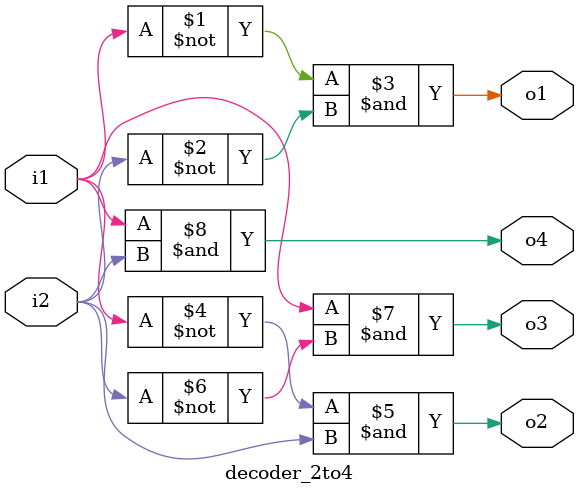
<source format=v>
module decoder_2to4 (i1,i2,o1,o2,o3,o4);
input wire i1,i2;
output wire o1,o2,o3,o4;
assign o1= (~i1) & (~i2);
assign o2= (~i1) & i2;
assign o3= i1 & (~ i2);
assign o4= i1 & i2;

endmodule


</source>
